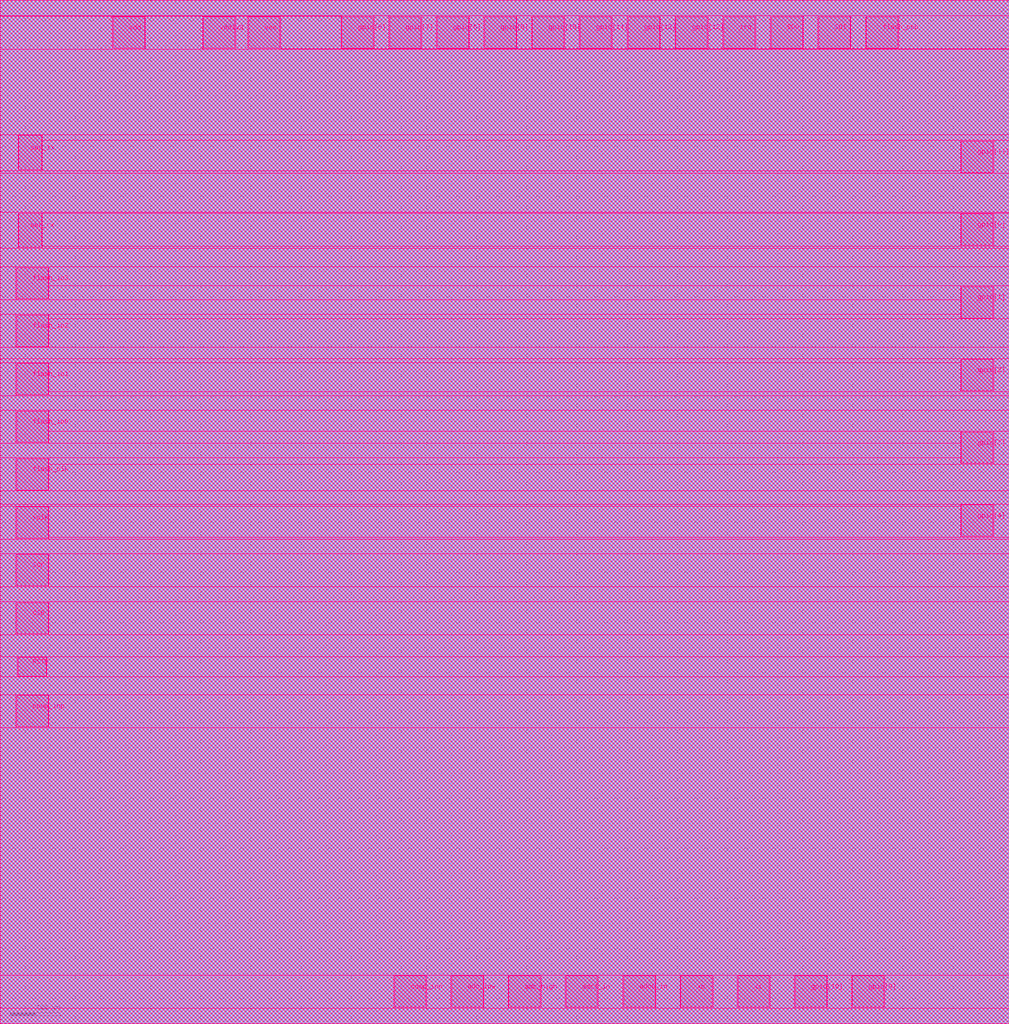
<source format=lef>
VERSION 5.7 ;
  NOWIREEXTENSIONATPIN ON ;
  DIVIDERCHAR "/" ;
  BUSBITCHARS "[]" ;
MACRO striVe2
  CLASS BLOCK ;
  FOREIGN striVe2 ;
  ORIGIN 0.000 0.000 ;
  SIZE 2012.000 BY 2041.000 ;
  PIN vdd
    DIRECTION INOUT ;
    PORT
      LAYER met5 ;
        RECT 225.100 1945.010 287.800 2007.625 ;
    END
  END vdd
  PIN vdd1v8
    DIRECTION INOUT ;
    PORT
      LAYER met5 ;
        RECT 405.100 1945.010 467.800 2007.625 ;
    END
  END vdd1v8
  PIN vss
    DIRECTION INOUT ;
    PORT
      LAYER met5 ;
        RECT 495.100 1945.010 557.800 2007.625 ;
    END
  END vss
  PIN gpio[8]
    DIRECTION INOUT ;
    PORT
      LAYER met5 ;
        RECT 681.200 1945.560 743.800 2008.010 ;
    END
  END gpio[8]
  PIN gpio[7]
    DIRECTION INOUT ;
    PORT
      LAYER met5 ;
        RECT 776.200 1945.560 838.800 2008.010 ;
    END
  END gpio[7]
  PIN gpio[6]
    DIRECTION INOUT ;
    PORT
      LAYER met5 ;
        RECT 871.200 1945.560 933.800 2008.010 ;
    END
  END gpio[6]
  PIN gpio[5]
    DIRECTION INOUT ;
    PORT
      LAYER met5 ;
        RECT 966.200 1945.560 1028.800 2008.010 ;
    END
  END gpio[5]
  PIN gpio[15]
    DIRECTION INOUT ;
    PORT
      LAYER met5 ;
        RECT 1061.200 1945.560 1123.800 2008.010 ;
    END
  END gpio[15]
  PIN gpio[14]
    DIRECTION INOUT ;
    PORT
      LAYER met5 ;
        RECT 1156.200 1945.560 1218.800 2008.010 ;
    END
  END gpio[14]
  PIN gpio[13]
    DIRECTION INOUT ;
    PORT
      LAYER met5 ;
        RECT 1252.200 1945.560 1314.800 2008.010 ;
    END
  END gpio[13]
  PIN gpio[12]
    DIRECTION INOUT ;
    PORT
      LAYER met5 ;
        RECT 1347.200 1945.560 1409.800 2008.010 ;
    END
  END gpio[12]
  PIN irq
    DIRECTION INPUT ;
    PORT
      LAYER met5 ;
        RECT 1442.200 1945.560 1504.800 2008.010 ;
    END
  END irq
  PIN SDO
    DIRECTION OUTPUT TRISTATE ;
    PORT
      LAYER met5 ;
        RECT 1537.200 1945.560 1599.800 2008.010 ;
    END
  END SDO
  PIN SDI
    DIRECTION INPUT ;
    PORT
      LAYER met5 ;
        RECT 1632.200 1945.560 1694.800 2008.010 ;
    END
  END SDI
  PIN flash_csb
    DIRECTION OUTPUT TRISTATE ;
    PORT
      LAYER met5 ;
        RECT 1727.200 1945.560 1789.800 2008.010 ;
    END
  END flash_csb
  PIN comp_inn
    DIRECTION INPUT ;
    PORT
      LAYER met5 ;
        RECT 786.200 32.990 848.800 95.440 ;
    END
  END comp_inn
  PIN adc_low
    DIRECTION INPUT ;
    PORT
      LAYER met5 ;
        RECT 900.200 32.990 962.800 95.440 ;
    END
  END adc_low
  PIN adc_high
    DIRECTION INPUT ;
    PORT
      LAYER met5 ;
        RECT 1014.200 32.990 1076.800 95.440 ;
    END
  END adc_high
  PIN adc1_in
    DIRECTION INPUT ;
    PORT
      LAYER met5 ;
        RECT 1128.200 32.990 1190.800 95.440 ;
    END
  END adc1_in
  PIN adc0_in
    DIRECTION INPUT ;
    PORT
      LAYER met5 ;
        RECT 1243.200 32.990 1305.800 95.440 ;
    END
  END adc0_in
  PIN xo
    DIRECTION OUTPUT TRISTATE ;
    PORT
      LAYER met5 ;
        RECT 1357.200 32.990 1419.800 95.440 ;
    END
  END xo
  PIN xi
    DIRECTION INPUT ;
    PORT
      LAYER met5 ;
        RECT 1471.200 32.990 1533.800 95.440 ;
    END
  END xi
  PIN gpio[10]
    DIRECTION INOUT ;
    PORT
      LAYER met5 ;
        RECT 1585.200 32.990 1647.800 95.440 ;
    END
  END gpio[10]
  PIN gpio[9]
    DIRECTION INOUT ;
    PORT
      LAYER met5 ;
        RECT 1699.200 32.990 1761.800 95.440 ;
    END
  END gpio[9]
  PIN comp_inp
    DIRECTION INPUT ;
    PORT
      LAYER met5 ;
        RECT 32.990 592.200 95.440 654.800 ;
    END
  END comp_inp
  PIN RSTB
    DIRECTION INPUT ;
    PORT
      LAYER met5 ;
        RECT 35.715 693.250 91.545 730.435 ;
    END
  END RSTB
  PIN CSB
    DIRECTION INPUT ;
    PORT
      LAYER met5 ;
        RECT 32.990 777.200 95.440 839.800 ;
    END
  END CSB
  PIN SCK
    DIRECTION INPUT ;
    PORT
      LAYER met5 ;
        RECT 32.990 873.200 95.440 935.800 ;
    END
  END SCK
  PIN xclk
    DIRECTION INPUT ;
    PORT
      LAYER met5 ;
        RECT 32.990 968.200 95.440 1030.800 ;
    END
  END xclk
  PIN flash_clk
    DIRECTION OUTPUT TRISTATE ;
    PORT
      LAYER met5 ;
        RECT 32.990 1064.200 95.440 1126.800 ;
    END
  END flash_clk
  PIN flash_io0
    DIRECTION OUTPUT TRISTATE ;
    PORT
      LAYER met5 ;
        RECT 32.990 1159.200 95.440 1221.800 ;
    END
  END flash_io0
  PIN flash_io1
    DIRECTION OUTPUT TRISTATE ;
    PORT
      LAYER met5 ;
        RECT 32.990 1254.200 95.440 1316.800 ;
    END
  END flash_io1
  PIN flash_io2
    DIRECTION OUTPUT TRISTATE ;
    PORT
      LAYER met5 ;
        RECT 32.990 1350.200 95.440 1412.800 ;
    END
  END flash_io2
  PIN flash_io3
    DIRECTION OUTPUT TRISTATE ;
    PORT
      LAYER met5 ;
        RECT 32.990 1445.200 95.440 1507.800 ;
    END
  END flash_io3
  PIN ser_rx
    DIRECTION INPUT ;
    PORT
      LAYER met5 ;
        RECT 37.095 1547.930 82.470 1616.325 ;
    END
  END ser_rx
  PIN ser_tx
    DIRECTION OUTPUT TRISTATE ;
    PORT
      LAYER met5 ;
        RECT 37.095 1702.930 82.470 1771.325 ;
    END
  END ser_tx
  PIN gpio[4]
    DIRECTION INOUT ;
    PORT
      LAYER met5 ;
        RECT 1916.560 972.200 1979.010 1034.800 ;
    END
  END gpio[4]
  PIN gpio[3]
    DIRECTION INOUT ;
    PORT
      LAYER met5 ;
        RECT 1916.560 1117.200 1979.010 1179.800 ;
    END
  END gpio[3]
  PIN gpio[2]
    DIRECTION INOUT ;
    PORT
      LAYER met5 ;
        RECT 1916.560 1262.200 1979.010 1324.800 ;
    END
  END gpio[2]
  PIN gpio[1]
    DIRECTION INOUT ;
    PORT
      LAYER met5 ;
        RECT 1916.560 1407.200 1979.010 1469.800 ;
    END
  END gpio[1]
  PIN gpio[0]
    DIRECTION INOUT ;
    PORT
      LAYER met5 ;
        RECT 1916.560 1552.200 1979.010 1614.800 ;
    END
  END gpio[0]
  PIN gpio[11]
    DIRECTION INOUT ;
    PORT
      LAYER met5 ;
        RECT 1916.560 1697.200 1979.010 1759.800 ;
    END
  END gpio[11]
  OBS
      LAYER li1 ;
        RECT 0.220 0.220 2011.780 2040.780 ;
      LAYER met1 ;
        RECT 0.000 0.000 2012.000 2041.000 ;
      LAYER met2 ;
        RECT 0.000 0.000 2012.000 2041.000 ;
      LAYER met3 ;
        RECT 0.000 0.000 2012.000 2041.000 ;
      LAYER met4 ;
        RECT 0.000 0.000 2012.000 2041.000 ;
      LAYER met5 ;
        RECT 0.000 2009.610 2012.000 2041.000 ;
        RECT 0.000 2009.225 679.600 2009.610 ;
        RECT 0.000 1943.410 223.500 2009.225 ;
        RECT 289.400 1943.410 403.500 2009.225 ;
        RECT 469.400 1943.410 493.500 2009.225 ;
        RECT 559.400 1943.960 679.600 2009.225 ;
        RECT 745.400 1943.960 774.600 2009.610 ;
        RECT 840.400 1943.960 869.600 2009.610 ;
        RECT 935.400 1943.960 964.600 2009.610 ;
        RECT 1030.400 1943.960 1059.600 2009.610 ;
        RECT 1125.400 1943.960 1154.600 2009.610 ;
        RECT 1220.400 1943.960 1250.600 2009.610 ;
        RECT 1316.400 1943.960 1345.600 2009.610 ;
        RECT 1411.400 1943.960 1440.600 2009.610 ;
        RECT 1506.400 1943.960 1535.600 2009.610 ;
        RECT 1601.400 1943.960 1630.600 2009.610 ;
        RECT 1696.400 1943.960 1725.600 2009.610 ;
        RECT 1791.400 1943.960 2012.000 2009.610 ;
        RECT 559.400 1943.410 2012.000 1943.960 ;
        RECT 0.000 1772.925 2012.000 1943.410 ;
        RECT 0.000 1701.330 35.495 1772.925 ;
        RECT 84.070 1761.400 2012.000 1772.925 ;
        RECT 84.070 1701.330 1914.960 1761.400 ;
        RECT 0.000 1695.600 1914.960 1701.330 ;
        RECT 1980.610 1695.600 2012.000 1761.400 ;
        RECT 0.000 1617.925 2012.000 1695.600 ;
        RECT 0.000 1546.330 35.495 1617.925 ;
        RECT 84.070 1616.400 2012.000 1617.925 ;
        RECT 84.070 1550.600 1914.960 1616.400 ;
        RECT 1980.610 1550.600 2012.000 1616.400 ;
        RECT 84.070 1546.330 2012.000 1550.600 ;
        RECT 0.000 1509.400 2012.000 1546.330 ;
        RECT 0.000 1443.600 31.390 1509.400 ;
        RECT 97.040 1471.400 2012.000 1509.400 ;
        RECT 97.040 1443.600 1914.960 1471.400 ;
        RECT 0.000 1414.400 1914.960 1443.600 ;
        RECT 0.000 1348.600 31.390 1414.400 ;
        RECT 97.040 1405.600 1914.960 1414.400 ;
        RECT 1980.610 1405.600 2012.000 1471.400 ;
        RECT 97.040 1348.600 2012.000 1405.600 ;
        RECT 0.000 1326.400 2012.000 1348.600 ;
        RECT 0.000 1318.400 1914.960 1326.400 ;
        RECT 0.000 1252.600 31.390 1318.400 ;
        RECT 97.040 1260.600 1914.960 1318.400 ;
        RECT 1980.610 1260.600 2012.000 1326.400 ;
        RECT 97.040 1252.600 2012.000 1260.600 ;
        RECT 0.000 1223.400 2012.000 1252.600 ;
        RECT 0.000 1157.600 31.390 1223.400 ;
        RECT 97.040 1181.400 2012.000 1223.400 ;
        RECT 97.040 1157.600 1914.960 1181.400 ;
        RECT 0.000 1128.400 1914.960 1157.600 ;
        RECT 0.000 1062.600 31.390 1128.400 ;
        RECT 97.040 1115.600 1914.960 1128.400 ;
        RECT 1980.610 1115.600 2012.000 1181.400 ;
        RECT 97.040 1062.600 2012.000 1115.600 ;
        RECT 0.000 1036.400 2012.000 1062.600 ;
        RECT 0.000 1032.400 1914.960 1036.400 ;
        RECT 0.000 966.600 31.390 1032.400 ;
        RECT 97.040 970.600 1914.960 1032.400 ;
        RECT 1980.610 970.600 2012.000 1036.400 ;
        RECT 97.040 966.600 2012.000 970.600 ;
        RECT 0.000 937.400 2012.000 966.600 ;
        RECT 0.000 871.600 31.390 937.400 ;
        RECT 97.040 871.600 2012.000 937.400 ;
        RECT 0.000 841.400 2012.000 871.600 ;
        RECT 0.000 775.600 31.390 841.400 ;
        RECT 97.040 775.600 2012.000 841.400 ;
        RECT 0.000 732.035 2012.000 775.600 ;
        RECT 0.000 691.650 34.115 732.035 ;
        RECT 93.145 691.650 2012.000 732.035 ;
        RECT 0.000 656.400 2012.000 691.650 ;
        RECT 0.000 590.600 31.390 656.400 ;
        RECT 97.040 590.600 2012.000 656.400 ;
        RECT 0.000 97.040 2012.000 590.600 ;
        RECT 0.000 31.390 784.600 97.040 ;
        RECT 850.400 31.390 898.600 97.040 ;
        RECT 964.400 31.390 1012.600 97.040 ;
        RECT 1078.400 31.390 1126.600 97.040 ;
        RECT 1192.400 31.390 1241.600 97.040 ;
        RECT 1307.400 31.390 1355.600 97.040 ;
        RECT 1421.400 31.390 1469.600 97.040 ;
        RECT 1535.400 31.390 1583.600 97.040 ;
        RECT 1649.400 31.390 1697.600 97.040 ;
        RECT 1763.400 31.390 2012.000 97.040 ;
        RECT 0.000 0.000 2012.000 31.390 ;
  END
END striVe2
END LIBRARY


</source>
